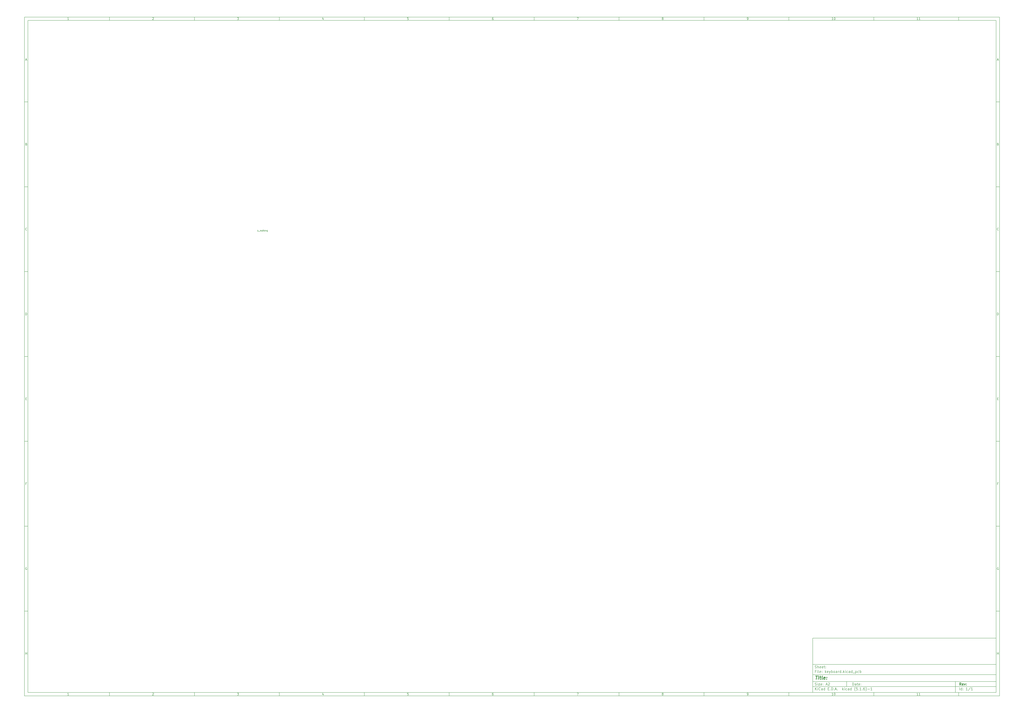
<source format=gbr>
G04 #@! TF.GenerationSoftware,KiCad,Pcbnew,(5.1.6)-1*
G04 #@! TF.CreationDate,2020-10-04T22:42:36-04:00*
G04 #@! TF.ProjectId,keyboard,6b657962-6f61-4726-942e-6b696361645f,rev?*
G04 #@! TF.SameCoordinates,Original*
G04 #@! TF.FileFunction,Other,Fab,Bot*
%FSLAX46Y46*%
G04 Gerber Fmt 4.6, Leading zero omitted, Abs format (unit mm)*
G04 Created by KiCad (PCBNEW (5.1.6)-1) date 2020-10-04 22:42:36*
%MOMM*%
%LPD*%
G01*
G04 APERTURE LIST*
%ADD10C,0.100000*%
%ADD11C,0.150000*%
%ADD12C,0.300000*%
%ADD13C,0.400000*%
G04 APERTURE END LIST*
D10*
D11*
X474004400Y-375989000D02*
X474004400Y-407989000D01*
X582004400Y-407989000D01*
X582004400Y-375989000D01*
X474004400Y-375989000D01*
D10*
D11*
X10000000Y-10000000D02*
X10000000Y-409989000D01*
X584004400Y-409989000D01*
X584004400Y-10000000D01*
X10000000Y-10000000D01*
D10*
D11*
X12000000Y-12000000D02*
X12000000Y-407989000D01*
X582004400Y-407989000D01*
X582004400Y-12000000D01*
X12000000Y-12000000D01*
D10*
D11*
X60000000Y-12000000D02*
X60000000Y-10000000D01*
D10*
D11*
X110000000Y-12000000D02*
X110000000Y-10000000D01*
D10*
D11*
X160000000Y-12000000D02*
X160000000Y-10000000D01*
D10*
D11*
X210000000Y-12000000D02*
X210000000Y-10000000D01*
D10*
D11*
X260000000Y-12000000D02*
X260000000Y-10000000D01*
D10*
D11*
X310000000Y-12000000D02*
X310000000Y-10000000D01*
D10*
D11*
X360000000Y-12000000D02*
X360000000Y-10000000D01*
D10*
D11*
X410000000Y-12000000D02*
X410000000Y-10000000D01*
D10*
D11*
X460000000Y-12000000D02*
X460000000Y-10000000D01*
D10*
D11*
X510000000Y-12000000D02*
X510000000Y-10000000D01*
D10*
D11*
X560000000Y-12000000D02*
X560000000Y-10000000D01*
D10*
D11*
X36065476Y-11588095D02*
X35322619Y-11588095D01*
X35694047Y-11588095D02*
X35694047Y-10288095D01*
X35570238Y-10473809D01*
X35446428Y-10597619D01*
X35322619Y-10659523D01*
D10*
D11*
X85322619Y-10411904D02*
X85384523Y-10350000D01*
X85508333Y-10288095D01*
X85817857Y-10288095D01*
X85941666Y-10350000D01*
X86003571Y-10411904D01*
X86065476Y-10535714D01*
X86065476Y-10659523D01*
X86003571Y-10845238D01*
X85260714Y-11588095D01*
X86065476Y-11588095D01*
D10*
D11*
X135260714Y-10288095D02*
X136065476Y-10288095D01*
X135632142Y-10783333D01*
X135817857Y-10783333D01*
X135941666Y-10845238D01*
X136003571Y-10907142D01*
X136065476Y-11030952D01*
X136065476Y-11340476D01*
X136003571Y-11464285D01*
X135941666Y-11526190D01*
X135817857Y-11588095D01*
X135446428Y-11588095D01*
X135322619Y-11526190D01*
X135260714Y-11464285D01*
D10*
D11*
X185941666Y-10721428D02*
X185941666Y-11588095D01*
X185632142Y-10226190D02*
X185322619Y-11154761D01*
X186127380Y-11154761D01*
D10*
D11*
X236003571Y-10288095D02*
X235384523Y-10288095D01*
X235322619Y-10907142D01*
X235384523Y-10845238D01*
X235508333Y-10783333D01*
X235817857Y-10783333D01*
X235941666Y-10845238D01*
X236003571Y-10907142D01*
X236065476Y-11030952D01*
X236065476Y-11340476D01*
X236003571Y-11464285D01*
X235941666Y-11526190D01*
X235817857Y-11588095D01*
X235508333Y-11588095D01*
X235384523Y-11526190D01*
X235322619Y-11464285D01*
D10*
D11*
X285941666Y-10288095D02*
X285694047Y-10288095D01*
X285570238Y-10350000D01*
X285508333Y-10411904D01*
X285384523Y-10597619D01*
X285322619Y-10845238D01*
X285322619Y-11340476D01*
X285384523Y-11464285D01*
X285446428Y-11526190D01*
X285570238Y-11588095D01*
X285817857Y-11588095D01*
X285941666Y-11526190D01*
X286003571Y-11464285D01*
X286065476Y-11340476D01*
X286065476Y-11030952D01*
X286003571Y-10907142D01*
X285941666Y-10845238D01*
X285817857Y-10783333D01*
X285570238Y-10783333D01*
X285446428Y-10845238D01*
X285384523Y-10907142D01*
X285322619Y-11030952D01*
D10*
D11*
X335260714Y-10288095D02*
X336127380Y-10288095D01*
X335570238Y-11588095D01*
D10*
D11*
X385570238Y-10845238D02*
X385446428Y-10783333D01*
X385384523Y-10721428D01*
X385322619Y-10597619D01*
X385322619Y-10535714D01*
X385384523Y-10411904D01*
X385446428Y-10350000D01*
X385570238Y-10288095D01*
X385817857Y-10288095D01*
X385941666Y-10350000D01*
X386003571Y-10411904D01*
X386065476Y-10535714D01*
X386065476Y-10597619D01*
X386003571Y-10721428D01*
X385941666Y-10783333D01*
X385817857Y-10845238D01*
X385570238Y-10845238D01*
X385446428Y-10907142D01*
X385384523Y-10969047D01*
X385322619Y-11092857D01*
X385322619Y-11340476D01*
X385384523Y-11464285D01*
X385446428Y-11526190D01*
X385570238Y-11588095D01*
X385817857Y-11588095D01*
X385941666Y-11526190D01*
X386003571Y-11464285D01*
X386065476Y-11340476D01*
X386065476Y-11092857D01*
X386003571Y-10969047D01*
X385941666Y-10907142D01*
X385817857Y-10845238D01*
D10*
D11*
X435446428Y-11588095D02*
X435694047Y-11588095D01*
X435817857Y-11526190D01*
X435879761Y-11464285D01*
X436003571Y-11278571D01*
X436065476Y-11030952D01*
X436065476Y-10535714D01*
X436003571Y-10411904D01*
X435941666Y-10350000D01*
X435817857Y-10288095D01*
X435570238Y-10288095D01*
X435446428Y-10350000D01*
X435384523Y-10411904D01*
X435322619Y-10535714D01*
X435322619Y-10845238D01*
X435384523Y-10969047D01*
X435446428Y-11030952D01*
X435570238Y-11092857D01*
X435817857Y-11092857D01*
X435941666Y-11030952D01*
X436003571Y-10969047D01*
X436065476Y-10845238D01*
D10*
D11*
X486065476Y-11588095D02*
X485322619Y-11588095D01*
X485694047Y-11588095D02*
X485694047Y-10288095D01*
X485570238Y-10473809D01*
X485446428Y-10597619D01*
X485322619Y-10659523D01*
X486870238Y-10288095D02*
X486994047Y-10288095D01*
X487117857Y-10350000D01*
X487179761Y-10411904D01*
X487241666Y-10535714D01*
X487303571Y-10783333D01*
X487303571Y-11092857D01*
X487241666Y-11340476D01*
X487179761Y-11464285D01*
X487117857Y-11526190D01*
X486994047Y-11588095D01*
X486870238Y-11588095D01*
X486746428Y-11526190D01*
X486684523Y-11464285D01*
X486622619Y-11340476D01*
X486560714Y-11092857D01*
X486560714Y-10783333D01*
X486622619Y-10535714D01*
X486684523Y-10411904D01*
X486746428Y-10350000D01*
X486870238Y-10288095D01*
D10*
D11*
X536065476Y-11588095D02*
X535322619Y-11588095D01*
X535694047Y-11588095D02*
X535694047Y-10288095D01*
X535570238Y-10473809D01*
X535446428Y-10597619D01*
X535322619Y-10659523D01*
X537303571Y-11588095D02*
X536560714Y-11588095D01*
X536932142Y-11588095D02*
X536932142Y-10288095D01*
X536808333Y-10473809D01*
X536684523Y-10597619D01*
X536560714Y-10659523D01*
D10*
D11*
X60000000Y-407989000D02*
X60000000Y-409989000D01*
D10*
D11*
X110000000Y-407989000D02*
X110000000Y-409989000D01*
D10*
D11*
X160000000Y-407989000D02*
X160000000Y-409989000D01*
D10*
D11*
X210000000Y-407989000D02*
X210000000Y-409989000D01*
D10*
D11*
X260000000Y-407989000D02*
X260000000Y-409989000D01*
D10*
D11*
X310000000Y-407989000D02*
X310000000Y-409989000D01*
D10*
D11*
X360000000Y-407989000D02*
X360000000Y-409989000D01*
D10*
D11*
X410000000Y-407989000D02*
X410000000Y-409989000D01*
D10*
D11*
X460000000Y-407989000D02*
X460000000Y-409989000D01*
D10*
D11*
X510000000Y-407989000D02*
X510000000Y-409989000D01*
D10*
D11*
X560000000Y-407989000D02*
X560000000Y-409989000D01*
D10*
D11*
X36065476Y-409577095D02*
X35322619Y-409577095D01*
X35694047Y-409577095D02*
X35694047Y-408277095D01*
X35570238Y-408462809D01*
X35446428Y-408586619D01*
X35322619Y-408648523D01*
D10*
D11*
X85322619Y-408400904D02*
X85384523Y-408339000D01*
X85508333Y-408277095D01*
X85817857Y-408277095D01*
X85941666Y-408339000D01*
X86003571Y-408400904D01*
X86065476Y-408524714D01*
X86065476Y-408648523D01*
X86003571Y-408834238D01*
X85260714Y-409577095D01*
X86065476Y-409577095D01*
D10*
D11*
X135260714Y-408277095D02*
X136065476Y-408277095D01*
X135632142Y-408772333D01*
X135817857Y-408772333D01*
X135941666Y-408834238D01*
X136003571Y-408896142D01*
X136065476Y-409019952D01*
X136065476Y-409329476D01*
X136003571Y-409453285D01*
X135941666Y-409515190D01*
X135817857Y-409577095D01*
X135446428Y-409577095D01*
X135322619Y-409515190D01*
X135260714Y-409453285D01*
D10*
D11*
X185941666Y-408710428D02*
X185941666Y-409577095D01*
X185632142Y-408215190D02*
X185322619Y-409143761D01*
X186127380Y-409143761D01*
D10*
D11*
X236003571Y-408277095D02*
X235384523Y-408277095D01*
X235322619Y-408896142D01*
X235384523Y-408834238D01*
X235508333Y-408772333D01*
X235817857Y-408772333D01*
X235941666Y-408834238D01*
X236003571Y-408896142D01*
X236065476Y-409019952D01*
X236065476Y-409329476D01*
X236003571Y-409453285D01*
X235941666Y-409515190D01*
X235817857Y-409577095D01*
X235508333Y-409577095D01*
X235384523Y-409515190D01*
X235322619Y-409453285D01*
D10*
D11*
X285941666Y-408277095D02*
X285694047Y-408277095D01*
X285570238Y-408339000D01*
X285508333Y-408400904D01*
X285384523Y-408586619D01*
X285322619Y-408834238D01*
X285322619Y-409329476D01*
X285384523Y-409453285D01*
X285446428Y-409515190D01*
X285570238Y-409577095D01*
X285817857Y-409577095D01*
X285941666Y-409515190D01*
X286003571Y-409453285D01*
X286065476Y-409329476D01*
X286065476Y-409019952D01*
X286003571Y-408896142D01*
X285941666Y-408834238D01*
X285817857Y-408772333D01*
X285570238Y-408772333D01*
X285446428Y-408834238D01*
X285384523Y-408896142D01*
X285322619Y-409019952D01*
D10*
D11*
X335260714Y-408277095D02*
X336127380Y-408277095D01*
X335570238Y-409577095D01*
D10*
D11*
X385570238Y-408834238D02*
X385446428Y-408772333D01*
X385384523Y-408710428D01*
X385322619Y-408586619D01*
X385322619Y-408524714D01*
X385384523Y-408400904D01*
X385446428Y-408339000D01*
X385570238Y-408277095D01*
X385817857Y-408277095D01*
X385941666Y-408339000D01*
X386003571Y-408400904D01*
X386065476Y-408524714D01*
X386065476Y-408586619D01*
X386003571Y-408710428D01*
X385941666Y-408772333D01*
X385817857Y-408834238D01*
X385570238Y-408834238D01*
X385446428Y-408896142D01*
X385384523Y-408958047D01*
X385322619Y-409081857D01*
X385322619Y-409329476D01*
X385384523Y-409453285D01*
X385446428Y-409515190D01*
X385570238Y-409577095D01*
X385817857Y-409577095D01*
X385941666Y-409515190D01*
X386003571Y-409453285D01*
X386065476Y-409329476D01*
X386065476Y-409081857D01*
X386003571Y-408958047D01*
X385941666Y-408896142D01*
X385817857Y-408834238D01*
D10*
D11*
X435446428Y-409577095D02*
X435694047Y-409577095D01*
X435817857Y-409515190D01*
X435879761Y-409453285D01*
X436003571Y-409267571D01*
X436065476Y-409019952D01*
X436065476Y-408524714D01*
X436003571Y-408400904D01*
X435941666Y-408339000D01*
X435817857Y-408277095D01*
X435570238Y-408277095D01*
X435446428Y-408339000D01*
X435384523Y-408400904D01*
X435322619Y-408524714D01*
X435322619Y-408834238D01*
X435384523Y-408958047D01*
X435446428Y-409019952D01*
X435570238Y-409081857D01*
X435817857Y-409081857D01*
X435941666Y-409019952D01*
X436003571Y-408958047D01*
X436065476Y-408834238D01*
D10*
D11*
X486065476Y-409577095D02*
X485322619Y-409577095D01*
X485694047Y-409577095D02*
X485694047Y-408277095D01*
X485570238Y-408462809D01*
X485446428Y-408586619D01*
X485322619Y-408648523D01*
X486870238Y-408277095D02*
X486994047Y-408277095D01*
X487117857Y-408339000D01*
X487179761Y-408400904D01*
X487241666Y-408524714D01*
X487303571Y-408772333D01*
X487303571Y-409081857D01*
X487241666Y-409329476D01*
X487179761Y-409453285D01*
X487117857Y-409515190D01*
X486994047Y-409577095D01*
X486870238Y-409577095D01*
X486746428Y-409515190D01*
X486684523Y-409453285D01*
X486622619Y-409329476D01*
X486560714Y-409081857D01*
X486560714Y-408772333D01*
X486622619Y-408524714D01*
X486684523Y-408400904D01*
X486746428Y-408339000D01*
X486870238Y-408277095D01*
D10*
D11*
X536065476Y-409577095D02*
X535322619Y-409577095D01*
X535694047Y-409577095D02*
X535694047Y-408277095D01*
X535570238Y-408462809D01*
X535446428Y-408586619D01*
X535322619Y-408648523D01*
X537303571Y-409577095D02*
X536560714Y-409577095D01*
X536932142Y-409577095D02*
X536932142Y-408277095D01*
X536808333Y-408462809D01*
X536684523Y-408586619D01*
X536560714Y-408648523D01*
D10*
D11*
X10000000Y-60000000D02*
X12000000Y-60000000D01*
D10*
D11*
X10000000Y-110000000D02*
X12000000Y-110000000D01*
D10*
D11*
X10000000Y-160000000D02*
X12000000Y-160000000D01*
D10*
D11*
X10000000Y-210000000D02*
X12000000Y-210000000D01*
D10*
D11*
X10000000Y-260000000D02*
X12000000Y-260000000D01*
D10*
D11*
X10000000Y-310000000D02*
X12000000Y-310000000D01*
D10*
D11*
X10000000Y-360000000D02*
X12000000Y-360000000D01*
D10*
D11*
X10690476Y-35216666D02*
X11309523Y-35216666D01*
X10566666Y-35588095D02*
X11000000Y-34288095D01*
X11433333Y-35588095D01*
D10*
D11*
X11092857Y-84907142D02*
X11278571Y-84969047D01*
X11340476Y-85030952D01*
X11402380Y-85154761D01*
X11402380Y-85340476D01*
X11340476Y-85464285D01*
X11278571Y-85526190D01*
X11154761Y-85588095D01*
X10659523Y-85588095D01*
X10659523Y-84288095D01*
X11092857Y-84288095D01*
X11216666Y-84350000D01*
X11278571Y-84411904D01*
X11340476Y-84535714D01*
X11340476Y-84659523D01*
X11278571Y-84783333D01*
X11216666Y-84845238D01*
X11092857Y-84907142D01*
X10659523Y-84907142D01*
D10*
D11*
X11402380Y-135464285D02*
X11340476Y-135526190D01*
X11154761Y-135588095D01*
X11030952Y-135588095D01*
X10845238Y-135526190D01*
X10721428Y-135402380D01*
X10659523Y-135278571D01*
X10597619Y-135030952D01*
X10597619Y-134845238D01*
X10659523Y-134597619D01*
X10721428Y-134473809D01*
X10845238Y-134350000D01*
X11030952Y-134288095D01*
X11154761Y-134288095D01*
X11340476Y-134350000D01*
X11402380Y-134411904D01*
D10*
D11*
X10659523Y-185588095D02*
X10659523Y-184288095D01*
X10969047Y-184288095D01*
X11154761Y-184350000D01*
X11278571Y-184473809D01*
X11340476Y-184597619D01*
X11402380Y-184845238D01*
X11402380Y-185030952D01*
X11340476Y-185278571D01*
X11278571Y-185402380D01*
X11154761Y-185526190D01*
X10969047Y-185588095D01*
X10659523Y-185588095D01*
D10*
D11*
X10721428Y-234907142D02*
X11154761Y-234907142D01*
X11340476Y-235588095D02*
X10721428Y-235588095D01*
X10721428Y-234288095D01*
X11340476Y-234288095D01*
D10*
D11*
X11185714Y-284907142D02*
X10752380Y-284907142D01*
X10752380Y-285588095D02*
X10752380Y-284288095D01*
X11371428Y-284288095D01*
D10*
D11*
X11340476Y-334350000D02*
X11216666Y-334288095D01*
X11030952Y-334288095D01*
X10845238Y-334350000D01*
X10721428Y-334473809D01*
X10659523Y-334597619D01*
X10597619Y-334845238D01*
X10597619Y-335030952D01*
X10659523Y-335278571D01*
X10721428Y-335402380D01*
X10845238Y-335526190D01*
X11030952Y-335588095D01*
X11154761Y-335588095D01*
X11340476Y-335526190D01*
X11402380Y-335464285D01*
X11402380Y-335030952D01*
X11154761Y-335030952D01*
D10*
D11*
X10628571Y-385588095D02*
X10628571Y-384288095D01*
X10628571Y-384907142D02*
X11371428Y-384907142D01*
X11371428Y-385588095D02*
X11371428Y-384288095D01*
D10*
D11*
X584004400Y-60000000D02*
X582004400Y-60000000D01*
D10*
D11*
X584004400Y-110000000D02*
X582004400Y-110000000D01*
D10*
D11*
X584004400Y-160000000D02*
X582004400Y-160000000D01*
D10*
D11*
X584004400Y-210000000D02*
X582004400Y-210000000D01*
D10*
D11*
X584004400Y-260000000D02*
X582004400Y-260000000D01*
D10*
D11*
X584004400Y-310000000D02*
X582004400Y-310000000D01*
D10*
D11*
X584004400Y-360000000D02*
X582004400Y-360000000D01*
D10*
D11*
X582694876Y-35216666D02*
X583313923Y-35216666D01*
X582571066Y-35588095D02*
X583004400Y-34288095D01*
X583437733Y-35588095D01*
D10*
D11*
X583097257Y-84907142D02*
X583282971Y-84969047D01*
X583344876Y-85030952D01*
X583406780Y-85154761D01*
X583406780Y-85340476D01*
X583344876Y-85464285D01*
X583282971Y-85526190D01*
X583159161Y-85588095D01*
X582663923Y-85588095D01*
X582663923Y-84288095D01*
X583097257Y-84288095D01*
X583221066Y-84350000D01*
X583282971Y-84411904D01*
X583344876Y-84535714D01*
X583344876Y-84659523D01*
X583282971Y-84783333D01*
X583221066Y-84845238D01*
X583097257Y-84907142D01*
X582663923Y-84907142D01*
D10*
D11*
X583406780Y-135464285D02*
X583344876Y-135526190D01*
X583159161Y-135588095D01*
X583035352Y-135588095D01*
X582849638Y-135526190D01*
X582725828Y-135402380D01*
X582663923Y-135278571D01*
X582602019Y-135030952D01*
X582602019Y-134845238D01*
X582663923Y-134597619D01*
X582725828Y-134473809D01*
X582849638Y-134350000D01*
X583035352Y-134288095D01*
X583159161Y-134288095D01*
X583344876Y-134350000D01*
X583406780Y-134411904D01*
D10*
D11*
X582663923Y-185588095D02*
X582663923Y-184288095D01*
X582973447Y-184288095D01*
X583159161Y-184350000D01*
X583282971Y-184473809D01*
X583344876Y-184597619D01*
X583406780Y-184845238D01*
X583406780Y-185030952D01*
X583344876Y-185278571D01*
X583282971Y-185402380D01*
X583159161Y-185526190D01*
X582973447Y-185588095D01*
X582663923Y-185588095D01*
D10*
D11*
X582725828Y-234907142D02*
X583159161Y-234907142D01*
X583344876Y-235588095D02*
X582725828Y-235588095D01*
X582725828Y-234288095D01*
X583344876Y-234288095D01*
D10*
D11*
X583190114Y-284907142D02*
X582756780Y-284907142D01*
X582756780Y-285588095D02*
X582756780Y-284288095D01*
X583375828Y-284288095D01*
D10*
D11*
X583344876Y-334350000D02*
X583221066Y-334288095D01*
X583035352Y-334288095D01*
X582849638Y-334350000D01*
X582725828Y-334473809D01*
X582663923Y-334597619D01*
X582602019Y-334845238D01*
X582602019Y-335030952D01*
X582663923Y-335278571D01*
X582725828Y-335402380D01*
X582849638Y-335526190D01*
X583035352Y-335588095D01*
X583159161Y-335588095D01*
X583344876Y-335526190D01*
X583406780Y-335464285D01*
X583406780Y-335030952D01*
X583159161Y-335030952D01*
D10*
D11*
X582632971Y-385588095D02*
X582632971Y-384288095D01*
X582632971Y-384907142D02*
X583375828Y-384907142D01*
X583375828Y-385588095D02*
X583375828Y-384288095D01*
D10*
D11*
X497436542Y-403767571D02*
X497436542Y-402267571D01*
X497793685Y-402267571D01*
X498007971Y-402339000D01*
X498150828Y-402481857D01*
X498222257Y-402624714D01*
X498293685Y-402910428D01*
X498293685Y-403124714D01*
X498222257Y-403410428D01*
X498150828Y-403553285D01*
X498007971Y-403696142D01*
X497793685Y-403767571D01*
X497436542Y-403767571D01*
X499579400Y-403767571D02*
X499579400Y-402981857D01*
X499507971Y-402839000D01*
X499365114Y-402767571D01*
X499079400Y-402767571D01*
X498936542Y-402839000D01*
X499579400Y-403696142D02*
X499436542Y-403767571D01*
X499079400Y-403767571D01*
X498936542Y-403696142D01*
X498865114Y-403553285D01*
X498865114Y-403410428D01*
X498936542Y-403267571D01*
X499079400Y-403196142D01*
X499436542Y-403196142D01*
X499579400Y-403124714D01*
X500079400Y-402767571D02*
X500650828Y-402767571D01*
X500293685Y-402267571D02*
X500293685Y-403553285D01*
X500365114Y-403696142D01*
X500507971Y-403767571D01*
X500650828Y-403767571D01*
X501722257Y-403696142D02*
X501579400Y-403767571D01*
X501293685Y-403767571D01*
X501150828Y-403696142D01*
X501079400Y-403553285D01*
X501079400Y-402981857D01*
X501150828Y-402839000D01*
X501293685Y-402767571D01*
X501579400Y-402767571D01*
X501722257Y-402839000D01*
X501793685Y-402981857D01*
X501793685Y-403124714D01*
X501079400Y-403267571D01*
X502436542Y-403624714D02*
X502507971Y-403696142D01*
X502436542Y-403767571D01*
X502365114Y-403696142D01*
X502436542Y-403624714D01*
X502436542Y-403767571D01*
X502436542Y-402839000D02*
X502507971Y-402910428D01*
X502436542Y-402981857D01*
X502365114Y-402910428D01*
X502436542Y-402839000D01*
X502436542Y-402981857D01*
D10*
D11*
X474004400Y-404489000D02*
X582004400Y-404489000D01*
D10*
D11*
X475436542Y-406567571D02*
X475436542Y-405067571D01*
X476293685Y-406567571D02*
X475650828Y-405710428D01*
X476293685Y-405067571D02*
X475436542Y-405924714D01*
X476936542Y-406567571D02*
X476936542Y-405567571D01*
X476936542Y-405067571D02*
X476865114Y-405139000D01*
X476936542Y-405210428D01*
X477007971Y-405139000D01*
X476936542Y-405067571D01*
X476936542Y-405210428D01*
X478507971Y-406424714D02*
X478436542Y-406496142D01*
X478222257Y-406567571D01*
X478079400Y-406567571D01*
X477865114Y-406496142D01*
X477722257Y-406353285D01*
X477650828Y-406210428D01*
X477579400Y-405924714D01*
X477579400Y-405710428D01*
X477650828Y-405424714D01*
X477722257Y-405281857D01*
X477865114Y-405139000D01*
X478079400Y-405067571D01*
X478222257Y-405067571D01*
X478436542Y-405139000D01*
X478507971Y-405210428D01*
X479793685Y-406567571D02*
X479793685Y-405781857D01*
X479722257Y-405639000D01*
X479579400Y-405567571D01*
X479293685Y-405567571D01*
X479150828Y-405639000D01*
X479793685Y-406496142D02*
X479650828Y-406567571D01*
X479293685Y-406567571D01*
X479150828Y-406496142D01*
X479079400Y-406353285D01*
X479079400Y-406210428D01*
X479150828Y-406067571D01*
X479293685Y-405996142D01*
X479650828Y-405996142D01*
X479793685Y-405924714D01*
X481150828Y-406567571D02*
X481150828Y-405067571D01*
X481150828Y-406496142D02*
X481007971Y-406567571D01*
X480722257Y-406567571D01*
X480579400Y-406496142D01*
X480507971Y-406424714D01*
X480436542Y-406281857D01*
X480436542Y-405853285D01*
X480507971Y-405710428D01*
X480579400Y-405639000D01*
X480722257Y-405567571D01*
X481007971Y-405567571D01*
X481150828Y-405639000D01*
X483007971Y-405781857D02*
X483507971Y-405781857D01*
X483722257Y-406567571D02*
X483007971Y-406567571D01*
X483007971Y-405067571D01*
X483722257Y-405067571D01*
X484365114Y-406424714D02*
X484436542Y-406496142D01*
X484365114Y-406567571D01*
X484293685Y-406496142D01*
X484365114Y-406424714D01*
X484365114Y-406567571D01*
X485079400Y-406567571D02*
X485079400Y-405067571D01*
X485436542Y-405067571D01*
X485650828Y-405139000D01*
X485793685Y-405281857D01*
X485865114Y-405424714D01*
X485936542Y-405710428D01*
X485936542Y-405924714D01*
X485865114Y-406210428D01*
X485793685Y-406353285D01*
X485650828Y-406496142D01*
X485436542Y-406567571D01*
X485079400Y-406567571D01*
X486579400Y-406424714D02*
X486650828Y-406496142D01*
X486579400Y-406567571D01*
X486507971Y-406496142D01*
X486579400Y-406424714D01*
X486579400Y-406567571D01*
X487222257Y-406139000D02*
X487936542Y-406139000D01*
X487079400Y-406567571D02*
X487579400Y-405067571D01*
X488079400Y-406567571D01*
X488579400Y-406424714D02*
X488650828Y-406496142D01*
X488579400Y-406567571D01*
X488507971Y-406496142D01*
X488579400Y-406424714D01*
X488579400Y-406567571D01*
X491579400Y-406567571D02*
X491579400Y-405067571D01*
X491722257Y-405996142D02*
X492150828Y-406567571D01*
X492150828Y-405567571D02*
X491579400Y-406139000D01*
X492793685Y-406567571D02*
X492793685Y-405567571D01*
X492793685Y-405067571D02*
X492722257Y-405139000D01*
X492793685Y-405210428D01*
X492865114Y-405139000D01*
X492793685Y-405067571D01*
X492793685Y-405210428D01*
X494150828Y-406496142D02*
X494007971Y-406567571D01*
X493722257Y-406567571D01*
X493579400Y-406496142D01*
X493507971Y-406424714D01*
X493436542Y-406281857D01*
X493436542Y-405853285D01*
X493507971Y-405710428D01*
X493579400Y-405639000D01*
X493722257Y-405567571D01*
X494007971Y-405567571D01*
X494150828Y-405639000D01*
X495436542Y-406567571D02*
X495436542Y-405781857D01*
X495365114Y-405639000D01*
X495222257Y-405567571D01*
X494936542Y-405567571D01*
X494793685Y-405639000D01*
X495436542Y-406496142D02*
X495293685Y-406567571D01*
X494936542Y-406567571D01*
X494793685Y-406496142D01*
X494722257Y-406353285D01*
X494722257Y-406210428D01*
X494793685Y-406067571D01*
X494936542Y-405996142D01*
X495293685Y-405996142D01*
X495436542Y-405924714D01*
X496793685Y-406567571D02*
X496793685Y-405067571D01*
X496793685Y-406496142D02*
X496650828Y-406567571D01*
X496365114Y-406567571D01*
X496222257Y-406496142D01*
X496150828Y-406424714D01*
X496079400Y-406281857D01*
X496079400Y-405853285D01*
X496150828Y-405710428D01*
X496222257Y-405639000D01*
X496365114Y-405567571D01*
X496650828Y-405567571D01*
X496793685Y-405639000D01*
X499079400Y-407139000D02*
X499007971Y-407067571D01*
X498865114Y-406853285D01*
X498793685Y-406710428D01*
X498722257Y-406496142D01*
X498650828Y-406139000D01*
X498650828Y-405853285D01*
X498722257Y-405496142D01*
X498793685Y-405281857D01*
X498865114Y-405139000D01*
X499007971Y-404924714D01*
X499079400Y-404853285D01*
X500365114Y-405067571D02*
X499650828Y-405067571D01*
X499579400Y-405781857D01*
X499650828Y-405710428D01*
X499793685Y-405639000D01*
X500150828Y-405639000D01*
X500293685Y-405710428D01*
X500365114Y-405781857D01*
X500436542Y-405924714D01*
X500436542Y-406281857D01*
X500365114Y-406424714D01*
X500293685Y-406496142D01*
X500150828Y-406567571D01*
X499793685Y-406567571D01*
X499650828Y-406496142D01*
X499579400Y-406424714D01*
X501079400Y-406424714D02*
X501150828Y-406496142D01*
X501079400Y-406567571D01*
X501007971Y-406496142D01*
X501079400Y-406424714D01*
X501079400Y-406567571D01*
X502579400Y-406567571D02*
X501722257Y-406567571D01*
X502150828Y-406567571D02*
X502150828Y-405067571D01*
X502007971Y-405281857D01*
X501865114Y-405424714D01*
X501722257Y-405496142D01*
X503222257Y-406424714D02*
X503293685Y-406496142D01*
X503222257Y-406567571D01*
X503150828Y-406496142D01*
X503222257Y-406424714D01*
X503222257Y-406567571D01*
X504579400Y-405067571D02*
X504293685Y-405067571D01*
X504150828Y-405139000D01*
X504079400Y-405210428D01*
X503936542Y-405424714D01*
X503865114Y-405710428D01*
X503865114Y-406281857D01*
X503936542Y-406424714D01*
X504007971Y-406496142D01*
X504150828Y-406567571D01*
X504436542Y-406567571D01*
X504579400Y-406496142D01*
X504650828Y-406424714D01*
X504722257Y-406281857D01*
X504722257Y-405924714D01*
X504650828Y-405781857D01*
X504579400Y-405710428D01*
X504436542Y-405639000D01*
X504150828Y-405639000D01*
X504007971Y-405710428D01*
X503936542Y-405781857D01*
X503865114Y-405924714D01*
X505222257Y-407139000D02*
X505293685Y-407067571D01*
X505436542Y-406853285D01*
X505507971Y-406710428D01*
X505579400Y-406496142D01*
X505650828Y-406139000D01*
X505650828Y-405853285D01*
X505579400Y-405496142D01*
X505507971Y-405281857D01*
X505436542Y-405139000D01*
X505293685Y-404924714D01*
X505222257Y-404853285D01*
X506365114Y-405996142D02*
X507507971Y-405996142D01*
X509007971Y-406567571D02*
X508150828Y-406567571D01*
X508579400Y-406567571D02*
X508579400Y-405067571D01*
X508436542Y-405281857D01*
X508293685Y-405424714D01*
X508150828Y-405496142D01*
D10*
D11*
X474004400Y-401489000D02*
X582004400Y-401489000D01*
D10*
D12*
X561413685Y-403767571D02*
X560913685Y-403053285D01*
X560556542Y-403767571D02*
X560556542Y-402267571D01*
X561127971Y-402267571D01*
X561270828Y-402339000D01*
X561342257Y-402410428D01*
X561413685Y-402553285D01*
X561413685Y-402767571D01*
X561342257Y-402910428D01*
X561270828Y-402981857D01*
X561127971Y-403053285D01*
X560556542Y-403053285D01*
X562627971Y-403696142D02*
X562485114Y-403767571D01*
X562199400Y-403767571D01*
X562056542Y-403696142D01*
X561985114Y-403553285D01*
X561985114Y-402981857D01*
X562056542Y-402839000D01*
X562199400Y-402767571D01*
X562485114Y-402767571D01*
X562627971Y-402839000D01*
X562699400Y-402981857D01*
X562699400Y-403124714D01*
X561985114Y-403267571D01*
X563199400Y-402767571D02*
X563556542Y-403767571D01*
X563913685Y-402767571D01*
X564485114Y-403624714D02*
X564556542Y-403696142D01*
X564485114Y-403767571D01*
X564413685Y-403696142D01*
X564485114Y-403624714D01*
X564485114Y-403767571D01*
X564485114Y-402839000D02*
X564556542Y-402910428D01*
X564485114Y-402981857D01*
X564413685Y-402910428D01*
X564485114Y-402839000D01*
X564485114Y-402981857D01*
D10*
D11*
X475365114Y-403696142D02*
X475579400Y-403767571D01*
X475936542Y-403767571D01*
X476079400Y-403696142D01*
X476150828Y-403624714D01*
X476222257Y-403481857D01*
X476222257Y-403339000D01*
X476150828Y-403196142D01*
X476079400Y-403124714D01*
X475936542Y-403053285D01*
X475650828Y-402981857D01*
X475507971Y-402910428D01*
X475436542Y-402839000D01*
X475365114Y-402696142D01*
X475365114Y-402553285D01*
X475436542Y-402410428D01*
X475507971Y-402339000D01*
X475650828Y-402267571D01*
X476007971Y-402267571D01*
X476222257Y-402339000D01*
X476865114Y-403767571D02*
X476865114Y-402767571D01*
X476865114Y-402267571D02*
X476793685Y-402339000D01*
X476865114Y-402410428D01*
X476936542Y-402339000D01*
X476865114Y-402267571D01*
X476865114Y-402410428D01*
X477436542Y-402767571D02*
X478222257Y-402767571D01*
X477436542Y-403767571D01*
X478222257Y-403767571D01*
X479365114Y-403696142D02*
X479222257Y-403767571D01*
X478936542Y-403767571D01*
X478793685Y-403696142D01*
X478722257Y-403553285D01*
X478722257Y-402981857D01*
X478793685Y-402839000D01*
X478936542Y-402767571D01*
X479222257Y-402767571D01*
X479365114Y-402839000D01*
X479436542Y-402981857D01*
X479436542Y-403124714D01*
X478722257Y-403267571D01*
X480079400Y-403624714D02*
X480150828Y-403696142D01*
X480079400Y-403767571D01*
X480007971Y-403696142D01*
X480079400Y-403624714D01*
X480079400Y-403767571D01*
X480079400Y-402839000D02*
X480150828Y-402910428D01*
X480079400Y-402981857D01*
X480007971Y-402910428D01*
X480079400Y-402839000D01*
X480079400Y-402981857D01*
X481865114Y-403339000D02*
X482579400Y-403339000D01*
X481722257Y-403767571D02*
X482222257Y-402267571D01*
X482722257Y-403767571D01*
X483150828Y-402410428D02*
X483222257Y-402339000D01*
X483365114Y-402267571D01*
X483722257Y-402267571D01*
X483865114Y-402339000D01*
X483936542Y-402410428D01*
X484007971Y-402553285D01*
X484007971Y-402696142D01*
X483936542Y-402910428D01*
X483079400Y-403767571D01*
X484007971Y-403767571D01*
D10*
D11*
X560436542Y-406567571D02*
X560436542Y-405067571D01*
X561793685Y-406567571D02*
X561793685Y-405067571D01*
X561793685Y-406496142D02*
X561650828Y-406567571D01*
X561365114Y-406567571D01*
X561222257Y-406496142D01*
X561150828Y-406424714D01*
X561079400Y-406281857D01*
X561079400Y-405853285D01*
X561150828Y-405710428D01*
X561222257Y-405639000D01*
X561365114Y-405567571D01*
X561650828Y-405567571D01*
X561793685Y-405639000D01*
X562507971Y-406424714D02*
X562579400Y-406496142D01*
X562507971Y-406567571D01*
X562436542Y-406496142D01*
X562507971Y-406424714D01*
X562507971Y-406567571D01*
X562507971Y-405639000D02*
X562579400Y-405710428D01*
X562507971Y-405781857D01*
X562436542Y-405710428D01*
X562507971Y-405639000D01*
X562507971Y-405781857D01*
X565150828Y-406567571D02*
X564293685Y-406567571D01*
X564722257Y-406567571D02*
X564722257Y-405067571D01*
X564579400Y-405281857D01*
X564436542Y-405424714D01*
X564293685Y-405496142D01*
X566865114Y-404996142D02*
X565579400Y-406924714D01*
X568150828Y-406567571D02*
X567293685Y-406567571D01*
X567722257Y-406567571D02*
X567722257Y-405067571D01*
X567579400Y-405281857D01*
X567436542Y-405424714D01*
X567293685Y-405496142D01*
D10*
D11*
X474004400Y-397489000D02*
X582004400Y-397489000D01*
D10*
D13*
X475716780Y-398193761D02*
X476859638Y-398193761D01*
X476038209Y-400193761D02*
X476288209Y-398193761D01*
X477276304Y-400193761D02*
X477442971Y-398860428D01*
X477526304Y-398193761D02*
X477419161Y-398289000D01*
X477502495Y-398384238D01*
X477609638Y-398289000D01*
X477526304Y-398193761D01*
X477502495Y-398384238D01*
X478109638Y-398860428D02*
X478871542Y-398860428D01*
X478478685Y-398193761D02*
X478264400Y-399908047D01*
X478335828Y-400098523D01*
X478514400Y-400193761D01*
X478704876Y-400193761D01*
X479657257Y-400193761D02*
X479478685Y-400098523D01*
X479407257Y-399908047D01*
X479621542Y-398193761D01*
X481192971Y-400098523D02*
X480990590Y-400193761D01*
X480609638Y-400193761D01*
X480431066Y-400098523D01*
X480359638Y-399908047D01*
X480454876Y-399146142D01*
X480573923Y-398955666D01*
X480776304Y-398860428D01*
X481157257Y-398860428D01*
X481335828Y-398955666D01*
X481407257Y-399146142D01*
X481383447Y-399336619D01*
X480407257Y-399527095D01*
X482157257Y-400003285D02*
X482240590Y-400098523D01*
X482133447Y-400193761D01*
X482050114Y-400098523D01*
X482157257Y-400003285D01*
X482133447Y-400193761D01*
X482288209Y-398955666D02*
X482371542Y-399050904D01*
X482264400Y-399146142D01*
X482181066Y-399050904D01*
X482288209Y-398955666D01*
X482264400Y-399146142D01*
D10*
D11*
X475936542Y-395581857D02*
X475436542Y-395581857D01*
X475436542Y-396367571D02*
X475436542Y-394867571D01*
X476150828Y-394867571D01*
X476722257Y-396367571D02*
X476722257Y-395367571D01*
X476722257Y-394867571D02*
X476650828Y-394939000D01*
X476722257Y-395010428D01*
X476793685Y-394939000D01*
X476722257Y-394867571D01*
X476722257Y-395010428D01*
X477650828Y-396367571D02*
X477507971Y-396296142D01*
X477436542Y-396153285D01*
X477436542Y-394867571D01*
X478793685Y-396296142D02*
X478650828Y-396367571D01*
X478365114Y-396367571D01*
X478222257Y-396296142D01*
X478150828Y-396153285D01*
X478150828Y-395581857D01*
X478222257Y-395439000D01*
X478365114Y-395367571D01*
X478650828Y-395367571D01*
X478793685Y-395439000D01*
X478865114Y-395581857D01*
X478865114Y-395724714D01*
X478150828Y-395867571D01*
X479507971Y-396224714D02*
X479579400Y-396296142D01*
X479507971Y-396367571D01*
X479436542Y-396296142D01*
X479507971Y-396224714D01*
X479507971Y-396367571D01*
X479507971Y-395439000D02*
X479579400Y-395510428D01*
X479507971Y-395581857D01*
X479436542Y-395510428D01*
X479507971Y-395439000D01*
X479507971Y-395581857D01*
X481365114Y-396367571D02*
X481365114Y-394867571D01*
X481507971Y-395796142D02*
X481936542Y-396367571D01*
X481936542Y-395367571D02*
X481365114Y-395939000D01*
X483150828Y-396296142D02*
X483007971Y-396367571D01*
X482722257Y-396367571D01*
X482579400Y-396296142D01*
X482507971Y-396153285D01*
X482507971Y-395581857D01*
X482579400Y-395439000D01*
X482722257Y-395367571D01*
X483007971Y-395367571D01*
X483150828Y-395439000D01*
X483222257Y-395581857D01*
X483222257Y-395724714D01*
X482507971Y-395867571D01*
X483722257Y-395367571D02*
X484079400Y-396367571D01*
X484436542Y-395367571D02*
X484079400Y-396367571D01*
X483936542Y-396724714D01*
X483865114Y-396796142D01*
X483722257Y-396867571D01*
X485007971Y-396367571D02*
X485007971Y-394867571D01*
X485007971Y-395439000D02*
X485150828Y-395367571D01*
X485436542Y-395367571D01*
X485579400Y-395439000D01*
X485650828Y-395510428D01*
X485722257Y-395653285D01*
X485722257Y-396081857D01*
X485650828Y-396224714D01*
X485579400Y-396296142D01*
X485436542Y-396367571D01*
X485150828Y-396367571D01*
X485007971Y-396296142D01*
X486579400Y-396367571D02*
X486436542Y-396296142D01*
X486365114Y-396224714D01*
X486293685Y-396081857D01*
X486293685Y-395653285D01*
X486365114Y-395510428D01*
X486436542Y-395439000D01*
X486579400Y-395367571D01*
X486793685Y-395367571D01*
X486936542Y-395439000D01*
X487007971Y-395510428D01*
X487079400Y-395653285D01*
X487079400Y-396081857D01*
X487007971Y-396224714D01*
X486936542Y-396296142D01*
X486793685Y-396367571D01*
X486579400Y-396367571D01*
X488365114Y-396367571D02*
X488365114Y-395581857D01*
X488293685Y-395439000D01*
X488150828Y-395367571D01*
X487865114Y-395367571D01*
X487722257Y-395439000D01*
X488365114Y-396296142D02*
X488222257Y-396367571D01*
X487865114Y-396367571D01*
X487722257Y-396296142D01*
X487650828Y-396153285D01*
X487650828Y-396010428D01*
X487722257Y-395867571D01*
X487865114Y-395796142D01*
X488222257Y-395796142D01*
X488365114Y-395724714D01*
X489079400Y-396367571D02*
X489079400Y-395367571D01*
X489079400Y-395653285D02*
X489150828Y-395510428D01*
X489222257Y-395439000D01*
X489365114Y-395367571D01*
X489507971Y-395367571D01*
X490650828Y-396367571D02*
X490650828Y-394867571D01*
X490650828Y-396296142D02*
X490507971Y-396367571D01*
X490222257Y-396367571D01*
X490079400Y-396296142D01*
X490007971Y-396224714D01*
X489936542Y-396081857D01*
X489936542Y-395653285D01*
X490007971Y-395510428D01*
X490079400Y-395439000D01*
X490222257Y-395367571D01*
X490507971Y-395367571D01*
X490650828Y-395439000D01*
X491365114Y-396224714D02*
X491436542Y-396296142D01*
X491365114Y-396367571D01*
X491293685Y-396296142D01*
X491365114Y-396224714D01*
X491365114Y-396367571D01*
X492079400Y-396367571D02*
X492079400Y-394867571D01*
X492222257Y-395796142D02*
X492650828Y-396367571D01*
X492650828Y-395367571D02*
X492079400Y-395939000D01*
X493293685Y-396367571D02*
X493293685Y-395367571D01*
X493293685Y-394867571D02*
X493222257Y-394939000D01*
X493293685Y-395010428D01*
X493365114Y-394939000D01*
X493293685Y-394867571D01*
X493293685Y-395010428D01*
X494650828Y-396296142D02*
X494507971Y-396367571D01*
X494222257Y-396367571D01*
X494079400Y-396296142D01*
X494007971Y-396224714D01*
X493936542Y-396081857D01*
X493936542Y-395653285D01*
X494007971Y-395510428D01*
X494079400Y-395439000D01*
X494222257Y-395367571D01*
X494507971Y-395367571D01*
X494650828Y-395439000D01*
X495936542Y-396367571D02*
X495936542Y-395581857D01*
X495865114Y-395439000D01*
X495722257Y-395367571D01*
X495436542Y-395367571D01*
X495293685Y-395439000D01*
X495936542Y-396296142D02*
X495793685Y-396367571D01*
X495436542Y-396367571D01*
X495293685Y-396296142D01*
X495222257Y-396153285D01*
X495222257Y-396010428D01*
X495293685Y-395867571D01*
X495436542Y-395796142D01*
X495793685Y-395796142D01*
X495936542Y-395724714D01*
X497293685Y-396367571D02*
X497293685Y-394867571D01*
X497293685Y-396296142D02*
X497150828Y-396367571D01*
X496865114Y-396367571D01*
X496722257Y-396296142D01*
X496650828Y-396224714D01*
X496579400Y-396081857D01*
X496579400Y-395653285D01*
X496650828Y-395510428D01*
X496722257Y-395439000D01*
X496865114Y-395367571D01*
X497150828Y-395367571D01*
X497293685Y-395439000D01*
X497650828Y-396510428D02*
X498793685Y-396510428D01*
X499150828Y-395367571D02*
X499150828Y-396867571D01*
X499150828Y-395439000D02*
X499293685Y-395367571D01*
X499579400Y-395367571D01*
X499722257Y-395439000D01*
X499793685Y-395510428D01*
X499865114Y-395653285D01*
X499865114Y-396081857D01*
X499793685Y-396224714D01*
X499722257Y-396296142D01*
X499579400Y-396367571D01*
X499293685Y-396367571D01*
X499150828Y-396296142D01*
X501150828Y-396296142D02*
X501007971Y-396367571D01*
X500722257Y-396367571D01*
X500579400Y-396296142D01*
X500507971Y-396224714D01*
X500436542Y-396081857D01*
X500436542Y-395653285D01*
X500507971Y-395510428D01*
X500579400Y-395439000D01*
X500722257Y-395367571D01*
X501007971Y-395367571D01*
X501150828Y-395439000D01*
X501793685Y-396367571D02*
X501793685Y-394867571D01*
X501793685Y-395439000D02*
X501936542Y-395367571D01*
X502222257Y-395367571D01*
X502365114Y-395439000D01*
X502436542Y-395510428D01*
X502507971Y-395653285D01*
X502507971Y-396081857D01*
X502436542Y-396224714D01*
X502365114Y-396296142D01*
X502222257Y-396367571D01*
X501936542Y-396367571D01*
X501793685Y-396296142D01*
D10*
D11*
X474004400Y-391489000D02*
X582004400Y-391489000D01*
D10*
D11*
X475365114Y-393596142D02*
X475579400Y-393667571D01*
X475936542Y-393667571D01*
X476079400Y-393596142D01*
X476150828Y-393524714D01*
X476222257Y-393381857D01*
X476222257Y-393239000D01*
X476150828Y-393096142D01*
X476079400Y-393024714D01*
X475936542Y-392953285D01*
X475650828Y-392881857D01*
X475507971Y-392810428D01*
X475436542Y-392739000D01*
X475365114Y-392596142D01*
X475365114Y-392453285D01*
X475436542Y-392310428D01*
X475507971Y-392239000D01*
X475650828Y-392167571D01*
X476007971Y-392167571D01*
X476222257Y-392239000D01*
X476865114Y-393667571D02*
X476865114Y-392167571D01*
X477507971Y-393667571D02*
X477507971Y-392881857D01*
X477436542Y-392739000D01*
X477293685Y-392667571D01*
X477079400Y-392667571D01*
X476936542Y-392739000D01*
X476865114Y-392810428D01*
X478793685Y-393596142D02*
X478650828Y-393667571D01*
X478365114Y-393667571D01*
X478222257Y-393596142D01*
X478150828Y-393453285D01*
X478150828Y-392881857D01*
X478222257Y-392739000D01*
X478365114Y-392667571D01*
X478650828Y-392667571D01*
X478793685Y-392739000D01*
X478865114Y-392881857D01*
X478865114Y-393024714D01*
X478150828Y-393167571D01*
X480079400Y-393596142D02*
X479936542Y-393667571D01*
X479650828Y-393667571D01*
X479507971Y-393596142D01*
X479436542Y-393453285D01*
X479436542Y-392881857D01*
X479507971Y-392739000D01*
X479650828Y-392667571D01*
X479936542Y-392667571D01*
X480079400Y-392739000D01*
X480150828Y-392881857D01*
X480150828Y-393024714D01*
X479436542Y-393167571D01*
X480579400Y-392667571D02*
X481150828Y-392667571D01*
X480793685Y-392167571D02*
X480793685Y-393453285D01*
X480865114Y-393596142D01*
X481007971Y-393667571D01*
X481150828Y-393667571D01*
X481650828Y-393524714D02*
X481722257Y-393596142D01*
X481650828Y-393667571D01*
X481579400Y-393596142D01*
X481650828Y-393524714D01*
X481650828Y-393667571D01*
X481650828Y-392739000D02*
X481722257Y-392810428D01*
X481650828Y-392881857D01*
X481579400Y-392810428D01*
X481650828Y-392739000D01*
X481650828Y-392881857D01*
D10*
D11*
X494004400Y-401489000D02*
X494004400Y-404489000D01*
D10*
D11*
X558004400Y-401489000D02*
X558004400Y-407989000D01*
X153046190Y-135595714D02*
X153046190Y-136595714D01*
X153046190Y-135643333D02*
X152950952Y-135595714D01*
X152760476Y-135595714D01*
X152665238Y-135643333D01*
X152617619Y-135690952D01*
X152570000Y-135786190D01*
X152570000Y-136071904D01*
X152617619Y-136167142D01*
X152665238Y-136214761D01*
X152760476Y-136262380D01*
X152950952Y-136262380D01*
X153046190Y-136214761D01*
X152141428Y-136262380D02*
X152141428Y-135595714D01*
X152141428Y-135786190D02*
X152093809Y-135690952D01*
X152046190Y-135643333D01*
X151950952Y-135595714D01*
X151855714Y-135595714D01*
X151379523Y-136262380D02*
X151474761Y-136214761D01*
X151522380Y-136167142D01*
X151570000Y-136071904D01*
X151570000Y-135786190D01*
X151522380Y-135690952D01*
X151474761Y-135643333D01*
X151379523Y-135595714D01*
X151236666Y-135595714D01*
X151141428Y-135643333D01*
X151093809Y-135690952D01*
X151046190Y-135786190D01*
X151046190Y-136071904D01*
X151093809Y-136167142D01*
X151141428Y-136214761D01*
X151236666Y-136262380D01*
X151379523Y-136262380D01*
X150760476Y-135595714D02*
X150379523Y-135595714D01*
X150617619Y-135262380D02*
X150617619Y-136119523D01*
X150570000Y-136214761D01*
X150474761Y-136262380D01*
X150379523Y-136262380D01*
X149903333Y-136262380D02*
X149998571Y-136214761D01*
X150046190Y-136167142D01*
X150093809Y-136071904D01*
X150093809Y-135786190D01*
X150046190Y-135690952D01*
X149998571Y-135643333D01*
X149903333Y-135595714D01*
X149760476Y-135595714D01*
X149665238Y-135643333D01*
X149617619Y-135690952D01*
X149570000Y-135786190D01*
X149570000Y-136071904D01*
X149617619Y-136167142D01*
X149665238Y-136214761D01*
X149760476Y-136262380D01*
X149903333Y-136262380D01*
X149141428Y-135595714D02*
X149141428Y-136262380D01*
X149141428Y-135690952D02*
X149093809Y-135643333D01*
X148998571Y-135595714D01*
X148855714Y-135595714D01*
X148760476Y-135643333D01*
X148712857Y-135738571D01*
X148712857Y-136262380D01*
X148474761Y-136357619D02*
X147712857Y-136357619D01*
X147046190Y-136214761D02*
X147141428Y-136262380D01*
X147331904Y-136262380D01*
X147427142Y-136214761D01*
X147474761Y-136167142D01*
X147522380Y-136071904D01*
X147522380Y-135786190D01*
X147474761Y-135690952D01*
X147427142Y-135643333D01*
X147331904Y-135595714D01*
X147141428Y-135595714D01*
X147046190Y-135643333D01*
M02*

</source>
